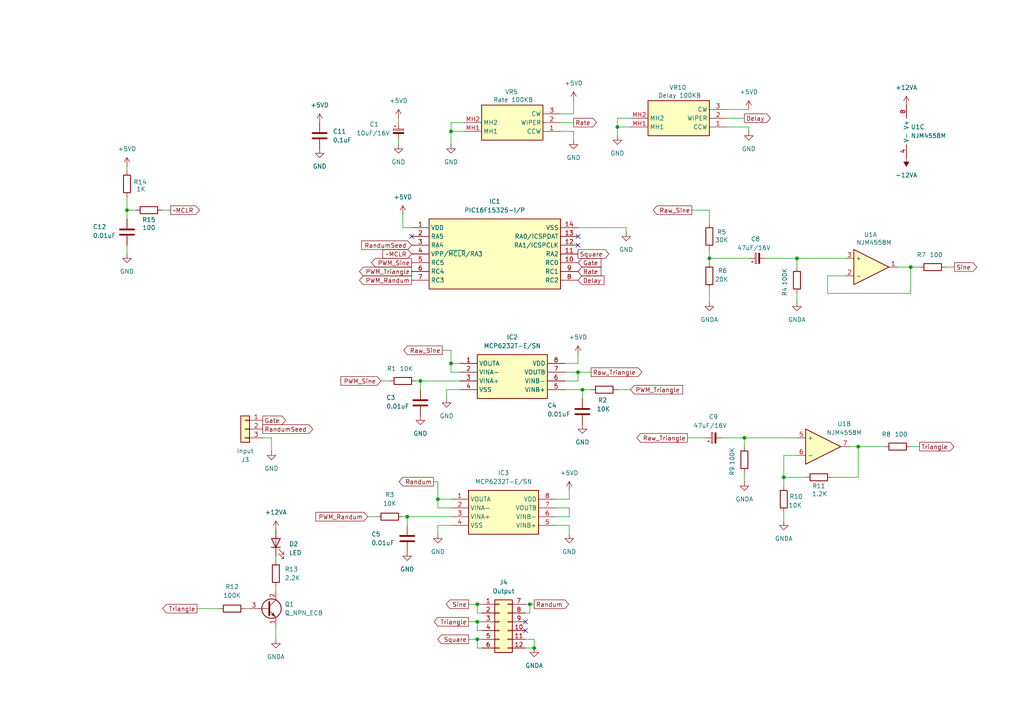
<source format=kicad_sch>
(kicad_sch (version 20250114) (generator "eeschema") (generator_version "9.0")
  (paper "A4")
  (lib_symbols
    (symbol "Connector_Generic:Conn_01x03" (pin_names (offset 1.016) (hide yes))
      (property "Reference" "J" (at 0 5.08 0))
      (property "Value" "Conn_01x03" (at 0 -5.08 0))
      (symbol "Conn_01x03_1_1"
        (rectangle (start -1.27 3.81) (end 1.27 -3.81) (stroke (width 0.254)) (fill (type background)))
        (rectangle (start -1.27 2.667) (end 0 2.413) (stroke (width 0.1524)))
        (rectangle (start -1.27 0.127) (end 0 -0.127) (stroke (width 0.1524)))
        (rectangle (start -1.27 -2.413) (end 0 -2.667) (stroke (width 0.1524)))
        (pin passive line (at -5.08 2.54 0) (length 3.81) (name "Pin_1") (number "1"))
        (pin passive line (at -5.08 0 0) (length 3.81) (name "Pin_2") (number "2"))
        (pin passive line (at -5.08 -2.54 0) (length 3.81) (name "Pin_3") (number "3"))
      )
    )
    (symbol "Connector_Generic:Conn_02x06_Top_Bottom" (pin_names (offset 1.016) (hide yes))
      (property "Reference" "J" (at 1.27 7.62 0))
      (property "Value" "Conn_02x06_Top_Bottom" (at 1.27 -10.16 0))
      (symbol "Conn_02x06_Top_Bottom_1_1"
        (rectangle (start -1.27 6.35) (end 3.81 -8.89) (stroke (width 0.254)) (fill (type background)))
        (rectangle (start -1.27 5.207) (end 0 4.953) (stroke (width 0.1524)))
        (rectangle (start -1.27 2.667) (end 0 2.413) (stroke (width 0.1524)))
        (rectangle (start -1.27 0.127) (end 0 -0.127) (stroke (width 0.1524)))
        (rectangle (start -1.27 -2.413) (end 0 -2.667) (stroke (width 0.1524)))
        (rectangle (start -1.27 -4.953) (end 0 -5.207) (stroke (width 0.1524)))
        (rectangle (start -1.27 -7.493) (end 0 -7.747) (stroke (width 0.1524)))
        (rectangle (start 3.81 5.207) (end 2.54 4.953) (stroke (width 0.1524)))
        (rectangle (start 3.81 2.667) (end 2.54 2.413) (stroke (width 0.1524)))
        (rectangle (start 3.81 0.127) (end 2.54 -0.127) (stroke (width 0.1524)))
        (rectangle (start 3.81 -2.413) (end 2.54 -2.667) (stroke (width 0.1524)))
        (rectangle (start 3.81 -4.953) (end 2.54 -5.207) (stroke (width 0.1524)))
        (rectangle (start 3.81 -7.493) (end 2.54 -7.747) (stroke (width 0.1524)))
        (pin passive line (at -5.08 5.08 0) (length 3.81) (name "Pin_1") (number "1"))
        (pin passive line (at -5.08 2.54 0) (length 3.81) (name "Pin_2") (number "2"))
        (pin passive line (at -5.08 0 0) (length 3.81) (name "Pin_3") (number "3"))
        (pin passive line (at -5.08 -2.54 0) (length 3.81) (name "Pin_4") (number "4"))
        (pin passive line (at -5.08 -5.08 0) (length 3.81) (name "Pin_5") (number "5"))
        (pin passive line (at -5.08 -7.62 0) (length 3.81) (name "Pin_6") (number "6"))
        (pin passive line (at 7.62 5.08 180) (length 3.81) (name "Pin_7") (number "7"))
        (pin passive line (at 7.62 2.54 180) (length 3.81) (name "Pin_8") (number "8"))
        (pin passive line (at 7.62 0 180) (length 3.81) (name "Pin_9") (number "9"))
        (pin passive line (at 7.62 -2.54 180) (length 3.81) (name "Pin_10") (number "10"))
        (pin passive line (at 7.62 -5.08 180) (length 3.81) (name "Pin_11") (number "11"))
        (pin passive line (at 7.62 -7.62 180) (length 3.81) (name "Pin_12") (number "12"))
      )
    )
    (symbol "Device:C" (pin_numbers (hide yes)) (pin_names (offset 0.254))
      (property "Reference" "C" (at 0.635 2.54 0))
      (property "Value" "C" (at 0.635 -2.54 0))
      (symbol "C_0_1"
        (polyline (pts (xy -2.032 0.762) (xy 2.032 0.762)) (stroke (width 0.508)))
        (polyline (pts (xy -2.032 -0.762) (xy 2.032 -0.762)) (stroke (width 0.508)))
      )
      (symbol "C_1_1"
        (pin passive line (at 0 3.81 270) (length 2.794) (name "~") (number "1"))
        (pin passive line (at 0 -3.81 90) (length 2.794) (name "~") (number "2"))
      )
    )
    (symbol "Device:C_Polarized_Small" (pin_numbers (hide yes)) (pin_names (offset 0.254) (hide yes))
      (property "Reference" "C" (at 0.254 1.778 0))
      (property "Value" "C_Polarized_Small" (at 0.254 -2.032 0))
      (symbol "C_Polarized_Small_0_1"
        (rectangle (start -1.524 0.6858) (end 1.524 0.3048))
        (rectangle (start -1.524 -0.3048) (end 1.524 -0.6858) (fill (type outline)))
        (polyline (pts (xy -1.27 1.524) (xy -0.762 1.524)))
        (polyline (pts (xy -1.016 1.27) (xy -1.016 1.778)))
      )
      (symbol "C_Polarized_Small_1_1"
        (pin passive line (at 0 2.54 270) (length 1.8542) (name "~") (number "1"))
        (pin passive line (at 0 -2.54 90) (length 1.8542) (name "~") (number "2"))
      )
    )
    (symbol "Device:LED" (pin_numbers (hide yes)) (pin_names (offset 1.016) (hide yes))
      (property "Reference" "D" (at 0 2.54 0))
      (property "Value" "LED" (at 0 -2.54 0))
      (symbol "LED_0_1"
        (polyline (pts (xy -3.048 -0.762) (xy -4.572 -2.286) (xy -3.81 -2.286) (xy -4.572 -2.286) (xy -4.572 -1.524)))
        (polyline (pts (xy -1.778 -0.762) (xy -3.302 -2.286) (xy -2.54 -2.286) (xy -3.302 -2.286) (xy -3.302 -1.524)))
        (polyline (pts (xy -1.27 0) (xy 1.27 0)))
        (polyline (pts (xy -1.27 -1.27) (xy -1.27 1.27)) (stroke (width 0.254)))
        (polyline (pts (xy 1.27 -1.27) (xy 1.27 1.27) (xy -1.27 0) (xy 1.27 -1.27)) (stroke (width 0.254)))
      )
      (symbol "LED_1_1"
        (pin passive line (at -3.81 0 0) (length 2.54) (name "K") (number "1"))
        (pin passive line (at 3.81 0 180) (length 2.54) (name "A") (number "2"))
      )
    )
    (symbol "Device:Opamp_Dual"
      (property "Reference" "U" (at 0 5.08 0))
      (property "Value" "Opamp_Dual" (at 0 -5.08 0))
      (symbol "Opamp_Dual_1_1"
        (polyline (pts (xy -5.08 5.08) (xy 5.08 0) (xy -5.08 -5.08) (xy -5.08 5.08)) (stroke (width 0.254)) (fill (type background)))
        (pin input line (at -7.62 2.54 0) (length 2.54) (name "+") (number "3"))
        (pin input line (at -7.62 -2.54 0) (length 2.54) (name "-") (number "2"))
        (pin output line (at 7.62 0 180) (length 2.54) (name "~") (number "1"))
      )
      (symbol "Opamp_Dual_2_1"
        (polyline (pts (xy -5.08 5.08) (xy 5.08 0) (xy -5.08 -5.08) (xy -5.08 5.08)) (stroke (width 0.254)) (fill (type background)))
        (pin input line (at -7.62 2.54 0) (length 2.54) (name "+") (number "5"))
        (pin input line (at -7.62 -2.54 0) (length 2.54) (name "-") (number "6"))
        (pin output line (at 7.62 0 180) (length 2.54) (name "~") (number "7"))
      )
      (symbol "Opamp_Dual_3_1"
        (pin power_in line (at -2.54 7.62 270) (length 3.81) (name "V+") (number "8"))
        (pin power_in line (at -2.54 -7.62 90) (length 3.81) (name "V-") (number "4"))
      )
    )
    (symbol "Device:R" (pin_numbers (hide yes)) (pin_names (offset 0))
      (property "Reference" "R" (at 2.032 0 90))
      (property "Value" "R" (at 0 0 90))
      (symbol "R_0_1"
        (rectangle (start -1.016 -2.54) (end 1.016 2.54) (stroke (width 0.254)))
      )
      (symbol "R_1_1"
        (pin passive line (at 0 3.81 270) (length 1.27) (name "~") (number "1"))
        (pin passive line (at 0 -3.81 90) (length 1.27) (name "~") (number "2"))
      )
    )
    (symbol "Opamp_Dual_1"
      (property "Reference" "U" (at 0 5.08 0))
      (property "Value" "Opamp_Dual" (at 0 -5.08 0))
      (symbol "Opamp_Dual_1_1_1"
        (polyline (pts (xy -5.08 5.08) (xy 5.08 0) (xy -5.08 -5.08) (xy -5.08 5.08)) (stroke (width 0.254)) (fill (type background)))
        (pin input line (at -7.62 2.54 0) (length 2.54) (name "+") (number "3"))
        (pin input line (at -7.62 -2.54 0) (length 2.54) (name "-") (number "2"))
        (pin output line (at 7.62 0 180) (length 2.54) (name "~") (number "1"))
      )
      (symbol "Opamp_Dual_1_2_1"
        (polyline (pts (xy -5.08 5.08) (xy 5.08 0) (xy -5.08 -5.08) (xy -5.08 5.08)) (stroke (width 0.254)) (fill (type background)))
        (pin input line (at -7.62 2.54 0) (length 2.54) (name "+") (number "5"))
        (pin input line (at -7.62 -2.54 0) (length 2.54) (name "-") (number "6"))
        (pin output line (at 7.62 0 180) (length 2.54) (name "~") (number "7"))
      )
      (symbol "Opamp_Dual_1_3_1"
        (pin power_in line (at -2.54 7.62 270) (length 3.81) (name "V+") (number "8"))
        (pin power_in line (at -2.54 -7.62 90) (length 3.81) (name "V-") (number "4"))
      )
    )
    (symbol "Opamp_Dual_2"
      (property "Reference" "U" (at 0 5.08 0))
      (property "Value" "Opamp_Dual" (at 0 -5.08 0))
      (symbol "Opamp_Dual_2_1_1"
        (polyline (pts (xy -5.08 5.08) (xy 5.08 0) (xy -5.08 -5.08) (xy -5.08 5.08)) (stroke (width 0.254)) (fill (type background)))
        (pin input line (at -7.62 2.54 0) (length 2.54) (name "+") (number "3"))
        (pin input line (at -7.62 -2.54 0) (length 2.54) (name "-") (number "2"))
        (pin output line (at 7.62 0 180) (length 2.54) (name "~") (number "1"))
      )
      (symbol "Opamp_Dual_2_2_1"
        (polyline (pts (xy -5.08 5.08) (xy 5.08 0) (xy -5.08 -5.08) (xy -5.08 5.08)) (stroke (width 0.254)) (fill (type background)))
        (pin input line (at -7.62 2.54 0) (length 2.54) (name "+") (number "5"))
        (pin input line (at -7.62 -2.54 0) (length 2.54) (name "-") (number "6"))
        (pin output line (at 7.62 0 180) (length 2.54) (name "~") (number "7"))
      )
      (symbol "Opamp_Dual_2_3_1"
        (pin power_in line (at -2.54 7.62 270) (length 3.81) (name "V+") (number "8"))
        (pin power_in line (at -2.54 -7.62 90) (length 3.81) (name "V-") (number "4"))
      )
    )
    (symbol "SamacSys_Parts:MCP6232-E_P"
      (property "Reference" "IC" (at 26.67 7.62 0))
      (property "Value" "MCP6232-E_P" (at 26.67 5.08 0))
      (symbol "MCP6232-E_P_1_1"
        (rectangle (start 5.08 2.54) (end 25.4 -10.16) (stroke (width 0.254)) (fill (type background)))
        (pin passive line (at 0 0 0) (length 5.08) (name "VOUTA") (number "1"))
        (pin passive line (at 0 -2.54 0) (length 5.08) (name "VINA-") (number "2"))
        (pin passive line (at 0 -5.08 0) (length 5.08) (name "VINA+") (number "3"))
        (pin passive line (at 0 -7.62 0) (length 5.08) (name "VSS") (number "4"))
        (pin passive line (at 30.48 0 180) (length 5.08) (name "VDD") (number "8"))
        (pin passive line (at 30.48 -2.54 180) (length 5.08) (name "VOUTB") (number "7"))
        (pin passive line (at 30.48 -5.08 180) (length 5.08) (name "VINB-") (number "6"))
        (pin passive line (at 30.48 -7.62 180) (length 5.08) (name "VINB+") (number "5"))
      )
    )
    (symbol "SamacSys_Parts:PIC16F15325-I_P"
      (property "Reference" "IC" (at 44.45 7.62 0))
      (property "Value" "PIC16F15325-I_P" (at 44.45 5.08 0))
      (symbol "PIC16F15325-I_P_1_1"
        (rectangle (start 5.08 2.54) (end 43.18 -17.78) (stroke (width 0.254)) (fill (type background)))
        (pin passive line (at 0 0 0) (length 5.08) (name "VDD") (number "1"))
        (pin passive line (at 0 -2.54 0) (length 5.08) (name "RA5") (number "2"))
        (pin passive line (at 0 -5.08 0) (length 5.08) (name "RA4") (number "3"))
        (pin passive line (at 0 -7.62 0) (length 5.08) (name "VPP/~{MCLR}/RA3") (number "4"))
        (pin passive line (at 0 -10.16 0) (length 5.08) (name "RC5") (number "5"))
        (pin passive line (at 0 -12.7 0) (length 5.08) (name "RC4") (number "6"))
        (pin passive line (at 0 -15.24 0) (length 5.08) (name "RC3") (number "7"))
        (pin passive line (at 48.26 0 180) (length 5.08) (name "VSS") (number "14"))
        (pin passive line (at 48.26 -2.54 180) (length 5.08) (name "RA0/ICSPDAT") (number "13"))
        (pin passive line (at 48.26 -5.08 180) (length 5.08) (name "RA1/ICSPCLK") (number "12"))
        (pin passive line (at 48.26 -7.62 180) (length 5.08) (name "RA2") (number "11"))
        (pin passive line (at 48.26 -10.16 180) (length 5.08) (name "RC0") (number "10"))
        (pin passive line (at 48.26 -12.7 180) (length 5.08) (name "RC1") (number "9"))
        (pin passive line (at 48.26 -15.24 180) (length 5.08) (name "RC2") (number "8"))
      )
    )
    (symbol "SamacSys_Parts:RK09D117000B"
      (property "Reference" "VR" (at 24.13 7.62 0))
      (property "Value" "RK09D117000B" (at 24.13 5.08 0))
      (symbol "RK09D117000B_1_1"
        (rectangle (start 5.08 2.54) (end 22.86 -7.62) (stroke (width 0.254)) (fill (type background)))
        (pin passive line (at 0 0 0) (length 5.08) (name "CCW") (number "1"))
        (pin passive line (at 0 -2.54 0) (length 5.08) (name "WIPER") (number "2"))
        (pin passive line (at 0 -5.08 0) (length 5.08) (name "CW") (number "3"))
        (pin passive line (at 27.94 0 180) (length 5.08) (name "MH1") (number "MH1"))
        (pin passive line (at 27.94 -2.54 180) (length 5.08) (name "MH2") (number "MH2"))
      )
    )
    (symbol "Transistor_BJT:Q_NPN_ECB" (pin_names (offset 0) (hide yes))
      (property "Reference" "Q" (at 5.08 1.27 0))
      (property "Value" "Q_NPN_ECB" (at 5.08 -1.27 0))
      (symbol "Q_NPN_ECB_0_1"
        (polyline (pts (xy -2.54 0) (xy 0.635 0)))
        (polyline (pts (xy 0.635 1.905) (xy 0.635 -1.905)) (stroke (width 0.508)))
        (circle (center 1.27 0) (radius 2.8194) (stroke (width 0.254)))
      )
      (symbol "Q_NPN_ECB_1_1"
        (polyline (pts (xy 0.635 0.635) (xy 2.54 2.54)))
        (polyline (pts (xy 0.635 -0.635) (xy 2.54 -2.54)))
        (polyline (pts (xy 1.27 -1.778) (xy 1.778 -1.27) (xy 2.286 -2.286) (xy 1.27 -1.778)) (fill (type outline)))
        (pin input line (at -5.08 0 0) (length 2.54) (name "B") (number "3"))
        (pin passive line (at 2.54 5.08 270) (length 2.54) (name "C") (number "2"))
        (pin passive line (at 2.54 -5.08 90) (length 2.54) (name "E") (number "1"))
      )
    )
    (symbol "power:+12VA" (power) (pin_numbers (hide yes)) (pin_names (offset 0) (hide yes))
      (property "Value" "+12VA" (at 0 3.556 0))
      (symbol "+12VA_0_1"
        (polyline (pts (xy -0.762 1.27) (xy 0 2.54)))
        (polyline (pts (xy 0 2.54) (xy 0.762 1.27)))
        (polyline (pts (xy 0 0) (xy 0 2.54)))
      )
      (symbol "+12VA_1_1"
        (pin power_in line (at 0 0 90) (length 0) (name "~") (number "1"))
      )
    )
    (symbol "power:+5VD" (power) (pin_numbers (hide yes)) (pin_names (offset 0) (hide yes))
      (property "Value" "+5VD" (at 0 3.556 0))
      (symbol "+5VD_0_1"
        (polyline (pts (xy -0.762 1.27) (xy 0 2.54)))
        (polyline (pts (xy 0 2.54) (xy 0.762 1.27)))
        (polyline (pts (xy 0 0) (xy 0 2.54)))
      )
      (symbol "+5VD_1_1"
        (pin power_in line (at 0 0 90) (length 0) (name "~") (number "1"))
      )
    )
    (symbol "power:-12VA" (power) (pin_numbers (hide yes)) (pin_names (offset 0) (hide yes))
      (property "Value" "-12VA" (at 0 3.556 0))
      (symbol "-12VA_0_0"
        (pin power_in line (at 0 0 90) (length 0) (name "~") (number "1"))
      )
      (symbol "-12VA_0_1"
        (polyline (pts (xy 0 0) (xy 0 1.27) (xy 0.762 1.27) (xy 0 2.54) (xy -0.762 1.27) (xy 0 1.27)) (fill (type outline)))
      )
    )
    (symbol "power:GND" (power) (pin_numbers (hide yes)) (pin_names (offset 0) (hide yes))
      (property "Value" "GND" (at 0 -3.81 0))
      (symbol "GND_0_1"
        (polyline (pts (xy 0 0) (xy 0 -1.27) (xy 1.27 -1.27) (xy 0 -2.54) (xy -1.27 -1.27) (xy 0 -1.27)))
      )
      (symbol "GND_1_1"
        (pin power_in line (at 0 0 270) (length 0) (name "~") (number "1"))
      )
    )
    (symbol "power:GNDA" (power) (pin_numbers (hide yes)) (pin_names (offset 0) (hide yes))
      (property "Value" "GNDA" (at 0 -3.81 0))
      (symbol "GNDA_0_1"
        (polyline (pts (xy 0 0) (xy 0 -1.27) (xy 1.27 -1.27) (xy 0 -2.54) (xy -1.27 -1.27) (xy 0 -1.27)))
      )
      (symbol "GNDA_1_1"
        (pin power_in line (at 0 0 270) (length 0) (name "~") (number "1"))
      )
    )
  )
  (junction (at 167.64 107.95))
  (junction (at 153.67 175.26))
  (junction (at 130.81 38.1))
  (junction (at 130.81 105.41))
  (junction (at 36.83 60.96))
  (junction (at 127 144.78))
  (junction (at 215.9 127))
  (junction (at 118.11 149.86))
  (junction (at 168.91 113.03))
  (junction (at 154.94 187.96))
  (junction (at 138.43 185.42))
  (junction (at 138.43 180.34))
  (junction (at 205.74 74.93))
  (junction (at 138.43 175.26))
  (junction (at 248.92 129.54))
  (junction (at 179.07 36.83))
  (junction (at 264.16 77.47))
  (junction (at 227.33 138.43))
  (junction (at 121.92 110.49))
  (junction (at 231.14 74.93))
  (no_connect (at 152.4 180.34))
  (no_connect (at 119.38 68.58))
  (no_connect (at 152.4 182.88))
  (no_connect (at 167.64 68.58))
  (no_connect (at 167.64 71.12))
  (wire (pts (xy 121.92 110.49) (xy 133.35 110.49)))
  (wire (pts (xy 118.11 149.86) (xy 130.81 149.86)))
  (wire (pts (xy 161.29 147.32) (xy 165.1 147.32)))
  (wire (pts (xy 227.33 138.43) (xy 227.33 140.97)))
  (wire (pts (xy 205.74 72.39) (xy 205.74 74.93)))
  (wire (pts (xy 165.1 144.78) (xy 165.1 142.24)))
  (wire (pts (xy 165.1 149.86) (xy 161.29 149.86)))
  (wire (pts (xy 36.83 48.26) (xy 36.83 49.53)))
  (wire (pts (xy 152.4 185.42) (xy 154.94 185.42)))
  (wire (pts (xy 240.03 85.09) (xy 264.16 85.09)))
  (wire (pts (xy 115.57 41.91) (xy 115.57 40.64)))
  (wire (pts (xy 217.17 38.1) (xy 217.17 36.83)))
  (wire (pts (xy 162.56 38.1) (xy 166.37 38.1)))
  (wire (pts (xy 167.64 107.95) (xy 167.64 110.49)))
  (wire (pts (xy 179.07 36.83) (xy 179.07 39.37)))
  (wire (pts (xy 215.9 127) (xy 231.14 127)))
  (wire (pts (xy 181.61 66.04) (xy 181.61 67.31)))
  (wire (pts (xy 260.35 77.47) (xy 264.16 77.47)))
  (wire (pts (xy 133.35 107.95) (xy 130.81 107.95)))
  (wire (pts (xy 165.1 147.32) (xy 165.1 149.86)))
  (wire (pts (xy 127 139.7) (xy 125.73 139.7)))
  (wire (pts (xy 36.83 60.96) (xy 39.37 60.96)))
  (wire (pts (xy 205.74 74.93) (xy 205.74 76.2)))
  (wire (pts (xy 167.64 110.49) (xy 163.83 110.49)))
  (wire (pts (xy 227.33 148.59) (xy 227.33 151.13)))
  (wire (pts (xy 205.74 60.96) (xy 205.74 64.77)))
  (wire (pts (xy 161.29 144.78) (xy 165.1 144.78)))
  (wire (pts (xy 134.62 38.1) (xy 130.81 38.1)))
  (wire (pts (xy 78.74 127) (xy 78.74 130.81)))
  (wire (pts (xy 227.33 132.08) (xy 227.33 138.43)))
  (wire (pts (xy 152.4 177.8) (xy 153.67 177.8)))
  (wire (pts (xy 121.92 110.49) (xy 121.92 113.03)))
  (wire (pts (xy 139.7 182.88) (xy 138.43 182.88)))
  (wire (pts (xy 118.11 149.86) (xy 118.11 152.4)))
  (wire (pts (xy 36.83 57.15) (xy 36.83 60.96)))
  (wire (pts (xy 135.89 180.34) (xy 138.43 180.34)))
  (wire (pts (xy 130.81 38.1) (xy 130.81 41.91)))
  (wire (pts (xy 215.9 137.16) (xy 215.9 139.7)))
  (wire (pts (xy 222.25 74.93) (xy 231.14 74.93)))
  (wire (pts (xy 120.65 110.49) (xy 121.92 110.49)))
  (wire (pts (xy 231.14 74.93) (xy 231.14 77.47)))
  (wire (pts (xy 179.07 113.03) (xy 182.88 113.03)))
  (wire (pts (xy 241.3 138.43) (xy 248.92 138.43)))
  (wire (pts (xy 215.9 127) (xy 215.9 129.54)))
  (wire (pts (xy 154.94 185.42) (xy 154.94 187.96)))
  (wire (pts (xy 233.68 138.43) (xy 227.33 138.43)))
  (wire (pts (xy 154.94 187.96) (xy 152.4 187.96)))
  (wire (pts (xy 166.37 38.1) (xy 166.37 40.64)))
  (wire (pts (xy 248.92 138.43) (xy 248.92 129.54)))
  (wire (pts (xy 231.14 132.08) (xy 227.33 132.08)))
  (wire (pts (xy 138.43 187.96) (xy 138.43 185.42)))
  (wire (pts (xy 138.43 175.26) (xy 139.7 175.26)))
  (wire (pts (xy 129.54 113.03) (xy 129.54 115.57)))
  (wire (pts (xy 168.91 113.03) (xy 171.45 113.03)))
  (wire (pts (xy 135.89 185.42) (xy 138.43 185.42)))
  (wire (pts (xy 205.74 83.82) (xy 205.74 87.63)))
  (wire (pts (xy 163.83 105.41) (xy 167.64 105.41)))
  (wire (pts (xy 264.16 129.54) (xy 266.7 129.54)))
  (wire (pts (xy 127 144.78) (xy 130.81 144.78)))
  (wire (pts (xy 182.88 34.29) (xy 179.07 34.29)))
  (wire (pts (xy 127 144.78) (xy 127 139.7)))
  (wire (pts (xy 115.57 34.29) (xy 115.57 35.56)))
  (wire (pts (xy 130.81 105.41) (xy 130.81 101.6)))
  (wire (pts (xy 167.64 66.04) (xy 181.61 66.04)))
  (wire (pts (xy 134.62 35.56) (xy 130.81 35.56)))
  (wire (pts (xy 57.15 176.53) (xy 63.5 176.53)))
  (wire (pts (xy 46.99 60.96) (xy 49.53 60.96)))
  (wire (pts (xy 264.16 85.09) (xy 264.16 77.47)))
  (wire (pts (xy 139.7 187.96) (xy 138.43 187.96)))
  (wire (pts (xy 167.64 105.41) (xy 167.64 102.87)))
  (wire (pts (xy 76.2 127) (xy 78.74 127)))
  (wire (pts (xy 130.81 35.56) (xy 130.81 38.1)))
  (wire (pts (xy 165.1 154.94) (xy 165.1 152.4)))
  (wire (pts (xy 165.1 152.4) (xy 161.29 152.4)))
  (wire (pts (xy 179.07 34.29) (xy 179.07 36.83)))
  (wire (pts (xy 209.55 127) (xy 215.9 127)))
  (wire (pts (xy 138.43 177.8) (xy 138.43 175.26)))
  (wire (pts (xy 245.11 80.01) (xy 240.03 80.01)))
  (wire (pts (xy 138.43 182.88) (xy 138.43 180.34)))
  (wire (pts (xy 80.01 185.42) (xy 80.01 181.61)))
  (wire (pts (xy 264.16 77.47) (xy 266.7 77.47)))
  (wire (pts (xy 130.81 101.6) (xy 128.27 101.6)))
  (wire (pts (xy 153.67 175.26) (xy 154.94 175.26)))
  (wire (pts (xy 246.38 129.54) (xy 248.92 129.54)))
  (wire (pts (xy 130.81 105.41) (xy 133.35 105.41)))
  (wire (pts (xy 110.49 110.49) (xy 113.03 110.49)))
  (wire (pts (xy 36.83 60.96) (xy 36.83 63.5)))
  (wire (pts (xy 168.91 113.03) (xy 168.91 115.57)))
  (wire (pts (xy 36.83 71.12) (xy 36.83 73.66)))
  (wire (pts (xy 139.7 177.8) (xy 138.43 177.8)))
  (wire (pts (xy 135.89 175.26) (xy 138.43 175.26)))
  (wire (pts (xy 248.92 129.54) (xy 256.54 129.54)))
  (wire (pts (xy 133.35 113.03) (xy 129.54 113.03)))
  (wire (pts (xy 80.01 161.29) (xy 80.01 162.56)))
  (wire (pts (xy 210.82 36.83) (xy 217.17 36.83)))
  (wire (pts (xy 205.74 74.93) (xy 217.17 74.93)))
  (wire (pts (xy 167.64 107.95) (xy 171.45 107.95)))
  (wire (pts (xy 231.14 85.09) (xy 231.14 87.63)))
  (wire (pts (xy 162.56 35.56) (xy 166.37 35.56)))
  (wire (pts (xy 199.39 127) (xy 204.47 127)))
  (wire (pts (xy 80.01 170.18) (xy 80.01 171.45)))
  (wire (pts (xy 200.66 60.96) (xy 205.74 60.96)))
  (wire (pts (xy 130.81 107.95) (xy 130.81 105.41)))
  (wire (pts (xy 152.4 175.26) (xy 153.67 175.26)))
  (wire (pts (xy 71.12 176.53) (xy 72.39 176.53)))
  (wire (pts (xy 119.38 66.04) (xy 116.84 66.04)))
  (wire (pts (xy 116.84 66.04) (xy 116.84 62.23)))
  (wire (pts (xy 127 147.32) (xy 127 144.78)))
  (wire (pts (xy 274.32 77.47) (xy 276.86 77.47)))
  (wire (pts (xy 231.14 74.93) (xy 245.11 74.93)))
  (wire (pts (xy 130.81 152.4) (xy 127 152.4)))
  (wire (pts (xy 182.88 36.83) (xy 179.07 36.83)))
  (wire (pts (xy 210.82 34.29) (xy 215.9 34.29)))
  (wire (pts (xy 138.43 185.42) (xy 139.7 185.42)))
  (wire (pts (xy 127 152.4) (xy 127 154.94)))
  (wire (pts (xy 130.81 147.32) (xy 127 147.32)))
  (wire (pts (xy 163.83 107.95) (xy 167.64 107.95)))
  (wire (pts (xy 138.43 180.34) (xy 139.7 180.34)))
  (wire (pts (xy 163.83 113.03) (xy 168.91 113.03)))
  (wire (pts (xy 210.82 31.75) (xy 217.17 31.75)))
  (wire (pts (xy 116.84 149.86) (xy 118.11 149.86)))
  (wire (pts (xy 153.67 177.8) (xy 153.67 175.26)))
  (wire (pts (xy 240.03 80.01) (xy 240.03 85.09)))
  (wire (pts (xy 166.37 33.02) (xy 162.56 33.02)))
  (wire (pts (xy 106.68 149.86) (xy 109.22 149.86)))
  (wire (pts (xy 166.37 29.21) (xy 166.37 33.02)))
  (global_label "RandumSeed" (shape input) (at 119.38 71.12 180) (property "Intersheetrefs" "${INTERSHEET_REFS}" (effects (hide yes))))
  (global_label "Raw_Triangle" (shape output) (at 171.45 107.95 0) (property "Intersheetrefs" "${INTERSHEET_REFS}" (effects (hide yes))))
  (global_label "Triangle" (shape output) (at 135.89 180.34 180) (property "Intersheetrefs" "${INTERSHEET_REFS}" (effects (hide yes))))
  (global_label "Randum" (shape output) (at 154.94 175.26 0) (property "Intersheetrefs" "${INTERSHEET_REFS}" (effects (hide yes))))
  (global_label "Delay" (shape input) (at 167.64 81.28 0) (property "Intersheetrefs" "${INTERSHEET_REFS}" (effects (hide yes))))
  (global_label "Square" (shape output) (at 167.64 73.66 0) (property "Intersheetrefs" "${INTERSHEET_REFS}" (effects (hide yes))))
  (global_label "Sine" (shape output) (at 135.89 175.26 180) (property "Intersheetrefs" "${INTERSHEET_REFS}" (effects (hide yes))))
  (global_label "~MCLR" (shape input) (at 119.38 73.66 180) (property "Intersheetrefs" "${INTERSHEET_REFS}" (effects (hide yes))))
  (global_label "Triangle" (shape output) (at 57.15 176.53 180) (property "Intersheetrefs" "${INTERSHEET_REFS}" (effects (hide yes))))
  (global_label "PWM_Randum" (shape output) (at 119.38 81.28 180) (property "Intersheetrefs" "${INTERSHEET_REFS}" (effects (hide yes))))
  (global_label "Triangle" (shape output) (at 266.7 129.54 0) (property "Intersheetrefs" "${INTERSHEET_REFS}" (effects (hide yes))))
  (global_label "Delay" (shape output) (at 215.9 34.29 0) (property "Intersheetrefs" "${INTERSHEET_REFS}" (effects (hide yes))))
  (global_label "PWM_Triangle" (shape output) (at 119.38 78.74 180) (property "Intersheetrefs" "${INTERSHEET_REFS}" (effects (hide yes))))
  (global_label "RandumSeed" (shape output) (at 76.2 124.46 0) (property "Intersheetrefs" "${INTERSHEET_REFS}" (effects (hide yes))))
  (global_label "Rate" (shape input) (at 167.64 78.74 0) (property "Intersheetrefs" "${INTERSHEET_REFS}" (effects (hide yes))))
  (global_label "PWM_Sine" (shape input) (at 110.49 110.49 180) (property "Intersheetrefs" "${INTERSHEET_REFS}" (effects (hide yes))))
  (global_label "~MCLR" (shape output) (at 49.53 60.96 0) (property "Intersheetrefs" "${INTERSHEET_REFS}" (effects (hide yes))))
  (global_label "Gate" (shape output) (at 76.2 121.92 0) (property "Intersheetrefs" "${INTERSHEET_REFS}" (effects (hide yes))))
  (global_label "PWM_Randum" (shape input) (at 106.68 149.86 180) (property "Intersheetrefs" "${INTERSHEET_REFS}" (effects (hide yes))))
  (global_label "Gate" (shape input) (at 167.64 76.2 0) (property "Intersheetrefs" "${INTERSHEET_REFS}" (effects (hide yes))))
  (global_label "Rate" (shape output) (at 166.37 35.56 0) (property "Intersheetrefs" "${INTERSHEET_REFS}" (effects (hide yes))))
  (global_label "PWM_Triangle" (shape input) (at 182.88 113.03 0) (property "Intersheetrefs" "${INTERSHEET_REFS}" (effects (hide yes))))
  (global_label "Raw_Triangle" (shape output) (at 199.39 127 180) (property "Intersheetrefs" "${INTERSHEET_REFS}" (effects (hide yes))))
  (global_label "Raw_Sine" (shape output) (at 200.66 60.96 180) (property "Intersheetrefs" "${INTERSHEET_REFS}" (effects (hide yes))))
  (global_label "PWM_Sine" (shape output) (at 119.38 76.2 180) (property "Intersheetrefs" "${INTERSHEET_REFS}" (effects (hide yes))))
  (global_label "Square" (shape output) (at 135.89 185.42 180) (property "Intersheetrefs" "${INTERSHEET_REFS}" (effects (hide yes))))
  (global_label "Randum" (shape output) (at 125.73 139.7 180) (property "Intersheetrefs" "${INTERSHEET_REFS}" (effects (hide yes))))
  (global_label "Sine" (shape output) (at 276.86 77.47 0) (property "Intersheetrefs" "${INTERSHEET_REFS}" (effects (hide yes))))
  (global_label "Raw_Sine" (shape output) (at 128.27 101.6 180) (property "Intersheetrefs" "${INTERSHEET_REFS}" (effects (hide yes))))
  (symbol (lib_id "Device:C") (at 36.83 67.31 0) (unit 1)
    (property "Reference" "C12" (at 26.924 65.786 0) (effects (justify left)))
    (property "Value" "0.01uF" (at 26.924 68.326 0) (effects (justify left)))
    (property "Footprint" "Capacitor_THT:C_Disc_D7.5mm_W2.5mm_P5.00mm" (effects (hide yes)))
    (property "Description" "Unpolarized capacitor" (effects (hide yes)))
  )
  (symbol (lib_id "power:GND") (at 130.81 41.91 0) (mirror y) (unit 1)
    (property "Reference" "#PWR032" (effects (hide yes)))
    (property "Value" "GND" (at 130.81 46.99 0))
    (property "Description" "Power symbol creates a global label with name \"GND\" , ground" (effects (hide yes)))
  )
  (symbol (lib_id "power:GND") (at 115.57 41.91 0) (unit 1)
    (property "Reference" "#PWR03" (effects (hide yes)))
    (property "Value" "GND" (at 115.57 46.99 0))
    (property "Description" "Power symbol creates a global label with name \"GND\" , ground" (effects (hide yes)))
  )
  (symbol (lib_id "power:GND") (at 168.91 123.19 0) (unit 1)
    (property "Reference" "#PWR023" (effects (hide yes)))
    (property "Value" "GND" (at 168.91 128.27 0))
    (property "Description" "Power symbol creates a global label with name \"GND\" , ground" (effects (hide yes)))
  )
  (symbol (lib_id "Device:R") (at 270.51 77.47 90) (unit 1)
    (property "Reference" "R7" (at 267.208 73.914 90))
    (property "Value" "100" (at 271.526 73.914 90))
    (property "Footprint" "Resistor_THT:R_Axial_DIN0204_L3.6mm_D1.6mm_P2.54mm_Vertical" (effects (hide yes)))
    (property "Description" "Resistor" (effects (hide yes)))
  )
  (symbol (lib_id "Device:R") (at 175.26 113.03 90) (unit 1)
    (property "Reference" "R2" (at 174.752 116.078 90))
    (property "Value" "10K" (at 175.006 118.618 90))
    (property "Footprint" "Resistor_THT:R_Axial_DIN0204_L3.6mm_D1.6mm_P2.54mm_Vertical" (effects (hide yes)))
    (property "Description" "Resistor" (effects (hide yes)))
  )
  (symbol (lib_id "Device:R") (at 260.35 129.54 90) (unit 1)
    (property "Reference" "R8" (at 257.048 125.984 90))
    (property "Value" "100" (at 261.366 125.984 90))
    (property "Footprint" "Resistor_THT:R_Axial_DIN0204_L3.6mm_D1.6mm_P2.54mm_Vertical" (effects (hide yes)))
    (property "Description" "Resistor" (effects (hide yes)))
  )
  (symbol (lib_id "power:GND") (at 121.92 120.65 0) (unit 1)
    (property "Reference" "#PWR022" (effects (hide yes)))
    (property "Value" "GND" (at 121.92 125.73 0))
    (property "Description" "Power symbol creates a global label with name \"GND\" , ground" (effects (hide yes)))
  )
  (symbol (lib_id "power:+5VD") (at 165.1 142.24 0) (unit 1)
    (property "Reference" "#PWR014" (effects (hide yes)))
    (property "Value" "+5VD" (at 165.1 137.16 0))
    (property "Description" "Power symbol creates a global label with name \"+5VD\"" (effects (hide yes)))
  )
  (symbol (lib_id "power:GNDA") (at 205.74 87.63 0) (unit 1)
    (property "Reference" "#PWR048" (effects (hide yes)))
    (property "Value" "GNDA" (at 205.74 92.71 0))
    (property "Description" "Power symbol creates a global label with name \"GNDA\" , analog ground" (effects (hide yes)))
  )
  (symbol (lib_id "Device:C") (at 92.71 39.37 0) (unit 1)
    (property "Reference" "C11" (at 96.52 38.0999 0) (effects (justify left)))
    (property "Value" "0.1uF" (at 96.52 40.6399 0) (effects (justify left)))
    (property "Footprint" "Capacitor_SMD:C_0805_2012Metric_Pad1.18x1.45mm_HandSolder" (effects (hide yes)))
    (property "Description" "Unpolarized capacitor" (effects (hide yes)))
  )
  (symbol (lib_id "SamacSys_Parts:MCP6232-E_P") (at 130.81 144.78 0) (unit 1)
    (property "Reference" "IC3" (at 146.05 137.16 0))
    (property "Value" "MCP6232T-E/SN" (at 146.05 139.7 0))
    (property "Footprint" "Package_SO:SOIC-8_3.9x4.9mm_P1.27mm" (effects (hide yes)))
    (property "Datasheet" "https://datasheet.datasheetarchive.com/originals/dk/DKDS41/DSANUWW0026474.pdf" (effects (hide yes)))
    (property "Description" "Microchip MCP6232-E/P, Dual Op Amp, 0.3MHz CMOS, Rail to Rail, 3 V, 5 V, 8-Pin PDIP" (effects (hide yes)))
    (property "Height" "5.334" (effects (hide yes)))
    (property "Manufacturer_Name" "Microchip" (effects (hide yes)))
    (property "Manufacturer_Part_Number" "MCP6232-E/P" (effects (hide yes)))
    (property "Mouser Part Number" "579-MCP6232-E/P" (effects (hide yes)))
    (property "Mouser Price/Stock" "https://www.mouser.co.uk/ProductDetail/Microchip-Technology-Atmel/MCP6232-E-P?qs=YUl711QUJY1BDhCAUqTrLQ%3D%3D" (effects (hide yes)))
    (property "Arrow Part Number" "MCP6232-E/P" (effects (hide yes)))
    (property "Arrow Price/Stock" "https://www.arrow.com/en/products/mcp6232-ep/microchip-technology?region=nac" (effects (hide yes)))
  )
  (symbol (lib_id "power:GNDA") (at 80.01 185.42 0) (unit 1)
    (property "Reference" "#PWR047" (effects (hide yes)))
    (property "Value" "GNDA" (at 80.01 190.5 0))
    (property "Description" "Power symbol creates a global label with name \"GNDA\" , analog ground" (effects (hide yes)))
  )
  (symbol (lib_id "power:GND") (at 36.83 73.66 0) (unit 1)
    (property "Reference" "#PWR049" (effects (hide yes)))
    (property "Value" "GND" (at 36.83 78.74 0))
    (property "Description" "Power symbol creates a global label with name \"GND\" , ground" (effects (hide yes)))
  )
  (symbol (lib_id "Device:R") (at 205.74 68.58 0) (unit 1)
    (property "Reference" "R5" (at 209.296 67.31 0))
    (property "Value" "30K" (at 209.296 69.596 0))
    (property "Footprint" "Resistor_THT:R_Axial_DIN0204_L3.6mm_D1.6mm_P2.54mm_Vertical" (effects (hide yes)))
    (property "Description" "Resistor" (effects (hide yes)))
  )
  (symbol (lib_id "power:GNDA") (at 231.14 87.63 0) (unit 1)
    (property "Reference" "#PWR036" (effects (hide yes)))
    (property "Value" "GNDA" (at 231.14 92.71 0))
    (property "Description" "Power symbol creates a global label with name \"GNDA\" , analog ground" (effects (hide yes)))
  )
  (symbol (lib_id "Device:R") (at 113.03 149.86 90) (unit 1)
    (property "Reference" "R3" (at 113.03 143.51 90))
    (property "Value" "10K" (at 113.03 146.05 90))
    (property "Footprint" "Resistor_THT:R_Axial_DIN0204_L3.6mm_D1.6mm_P2.54mm_Vertical" (effects (hide yes)))
    (property "Description" "Resistor" (effects (hide yes)))
  )
  (symbol (lib_id "power:+5VD") (at 217.17 31.75 0) (mirror y) (unit 1)
    (property "Reference" "#PWR033" (effects (hide yes)))
    (property "Value" "+5VD" (at 217.17 26.67 0))
    (property "Description" "Power symbol creates a global label with name \"+5VD\"" (effects (hide yes)))
  )
  (symbol (lib_id "power:GND") (at 217.17 38.1 0) (mirror y) (unit 1)
    (property "Reference" "#PWR034" (effects (hide yes)))
    (property "Value" "GND" (at 217.17 43.18 0))
    (property "Description" "Power symbol creates a global label with name \"GND\" , ground" (effects (hide yes)))
  )
  (symbol (lib_name "Opamp_Dual_2") (lib_id "Device:Opamp_Dual") (at 252.73 77.47 0) (unit 1)
    (property "Reference" "U1" (at 252.476 68.072 0))
    (property "Value" "NJM4558M" (at 253.492 70.358 0))
    (property "Footprint" "Package_SO:SOIC-8_3.9x4.9mm_P1.27mm" (effects (hide yes)))
    (property "Description" "Dual operational amplifier" (effects (hide yes)))
    (property "Sim.Library" "${KICAD7_SYMBOL_DIR}/Simulation_SPICE.sp" (effects (hide yes)))
    (property "Sim.Name" "kicad_builtin_opamp_dual" (effects (hide yes)))
    (property "Sim.Device" "SUBCKT" (effects (hide yes)))
    (property "Sim.Pins" "1=out1 2=in1- 3=in1+ 4=vee 5=in2+ 6=in2- 7=out2 8=vcc" (effects (hide yes)))
  )
  (symbol (lib_id "SamacSys_Parts:PIC16F15325-I_P") (at 119.38 66.04 0) (unit 1)
    (property "Reference" "IC1" (at 143.51 58.42 0))
    (property "Value" "PIC16F15325-I/P" (at 143.51 60.96 0))
    (property "Footprint" "Package_DIP:DIP-14_W7.62mm_LongPads" (effects (hide yes)))
    (property "Datasheet" "http://ww1.microchip.com/downloads/en/DeviceDoc/PIC16-L-F15325-45-Data-Sheet-40001865D.pdf" (effects (hide yes)))
    (property "Description" "Microchip Technology PIC16F15325-I/P, 8bit 8 bit CPU Microcontroller, 32MHz, 14 kB Flash, 20-Pin PDIP" (effects (hide yes)))
    (property "Height" "5.334" (effects (hide yes)))
    (property "Manufacturer_Name" "Microchip" (effects (hide yes)))
    (property "Manufacturer_Part_Number" "PIC16F15325-I/P" (effects (hide yes)))
    (property "Mouser Part Number" "579-PIC16F15325-I/P" (effects (hide yes)))
    (property "Mouser Price/Stock" "https://www.mouser.co.uk/ProductDetail/Microchip-Technology/PIC16F15325-I-P?qs=IP4CA2YhK0DC%2Fn%252BBka0%252BeQ%3D%3D" (effects (hide yes)))
    (property "Arrow Part Number" "PIC16F15325-I/P" (effects (hide yes)))
    (property "Arrow Price/Stock" "https://www.arrow.com/en/products/pic16f15325-ip/microchip-technology?region=nac" (effects (hide yes)))
  )
  (symbol (lib_id "Connector_Generic:Conn_02x06_Top_Bottom") (at 144.78 180.34 0) (unit 1)
    (property "Reference" "J4" (at 146.05 168.91 0))
    (property "Value" "Output" (at 146.05 171.45 0))
    (property "Footprint" "Connector_PinSocket_2.54mm:PinSocket_2x06_P2.54mm_Vertical" (effects (hide yes)))
    (property "Description" "Generic connector, double row, 02x06, top/bottom pin numbering scheme (row 1: 1...pins_per_row, row2: pins_per_row+1 ... num_pins), script generated (kicad-library-utils/schlib/autogen/connector/)" (effects (hide yes)))
  )
  (symbol (lib_id "power:-12VA") (at 262.89 45.72 180) (unit 1)
    (property "Reference" "#PWR031" (effects (hide yes)))
    (property "Value" "-12VA" (at 262.89 50.8 0))
    (property "Description" "Power symbol creates a global label with name \"-12VA\"" (effects (hide yes)))
  )
  (symbol (lib_name "Opamp_Dual_1") (lib_id "Device:Opamp_Dual") (at 238.76 129.54 0) (unit 2)
    (property "Reference" "U1" (at 244.856 122.936 0))
    (property "Value" "NJM4558M" (at 244.856 125.476 0))
    (property "Footprint" "Package_SO:SOIC-8_3.9x4.9mm_P1.27mm" (effects (hide yes)))
    (property "Description" "Dual operational amplifier" (effects (hide yes)))
    (property "Sim.Library" "${KICAD7_SYMBOL_DIR}/Simulation_SPICE.sp" (effects (hide yes)))
    (property "Sim.Name" "kicad_builtin_opamp_dual" (effects (hide yes)))
    (property "Sim.Device" "SUBCKT" (effects (hide yes)))
    (property "Sim.Pins" "1=out1 2=in1- 3=in1+ 4=vee 5=in2+ 6=in2- 7=out2 8=vcc" (effects (hide yes)))
  )
  (symbol (lib_id "power:GNDA") (at 215.9 139.7 0) (unit 1)
    (property "Reference" "#PWR039" (effects (hide yes)))
    (property "Value" "GNDA" (at 215.9 144.78 0))
    (property "Description" "Power symbol creates a global label with name \"GNDA\" , analog ground" (effects (hide yes)))
  )
  (symbol (lib_id "Transistor_BJT:Q_NPN_ECB") (at 77.47 176.53 0) (unit 1)
    (property "Reference" "Q1" (at 82.55 175.2599 0) (effects (justify left)))
    (property "Value" "Q_NPN_ECB" (at 82.55 177.7999 0) (effects (justify left)))
    (property "Footprint" "Package_TO_SOT_THT:TO-92L_HandSolder" (effects (hide yes)))
    (property "Description" "NPN transistor, emitter/collector/base" (effects (hide yes)))
  )
  (symbol (lib_id "power:GND") (at 129.54 115.57 0) (unit 1)
    (property "Reference" "#PWR012" (effects (hide yes)))
    (property "Value" "GND" (at 129.54 120.65 0))
    (property "Description" "Power symbol creates a global label with name \"GND\" , ground" (effects (hide yes)))
  )
  (symbol (lib_id "Device:R") (at 36.83 53.34 180) (unit 1)
    (property "Reference" "R14" (at 40.64 52.832 0))
    (property "Value" "1K" (at 40.894 54.864 0))
    (property "Footprint" "Resistor_THT:R_Axial_DIN0204_L3.6mm_D1.6mm_P2.54mm_Vertical" (effects (hide yes)))
    (property "Description" "Resistor" (effects (hide yes)))
  )
  (symbol (lib_id "power:+12VA") (at 262.89 30.48 0) (unit 1)
    (property "Reference" "#PWR030" (effects (hide yes)))
    (property "Value" "+12VA" (at 262.89 25.4 0))
    (property "Description" "Power symbol creates a global label with name \"+12VA\"" (effects (hide yes)))
  )
  (symbol (lib_id "Device:C_Polarized_Small") (at 115.57 38.1 0) (unit 1)
    (property "Reference" "C1" (at 107.188 36.068 0) (effects (justify left)))
    (property "Value" "10uF/16V" (at 103.378 38.608 0) (effects (justify left)))
    (property "Footprint" "Capacitor_THT:CP_Radial_D5.0mm_P2.50mm" (effects (hide yes)))
    (property "Description" "Polarized capacitor, small symbol" (effects (hide yes)))
  )
  (symbol (lib_id "Device:C_Polarized_Small") (at 219.71 74.93 90) (unit 1)
    (property "Reference" "C8" (at 220.472 69.342 90) (effects (justify left)))
    (property "Value" "47uF/16V" (at 223.52 71.882 90) (effects (justify left)))
    (property "Footprint" "Capacitor_THT:CP_Radial_D5.0mm_P2.50mm" (effects (hide yes)))
    (property "Description" "Polarized capacitor, small symbol" (effects (hide yes)))
  )
  (symbol (lib_id "SamacSys_Parts:RK09D117000B") (at 210.82 36.83 180) (unit 1)
    (property "Reference" "VR10" (at 196.596 25.4 0))
    (property "Value" "Delay 100KB" (at 197.104 27.686 0))
    (property "Footprint" "SamacSys_parts:RK09D117000B" (effects (hide yes)))
    (property "Datasheet" "https://tech.alpsalpine.com/prod/j/html/potentiometer/rotarypotentiometers/rk09k/rk09d117000b.html" (effects (hide yes)))
    (property "Description" "9-inch insulated shaft snap-in type RK09K/RK09D series" (effects (hide yes)))
    (property "Height" "30" (effects (hide yes)))
    (property "Manufacturer_Name" "ALPS Electric" (effects (hide yes)))
    (property "Manufacturer_Part_Number" "RK09D117000B" (effects (hide yes)))
    (property "Mouser Part Number" "688-RK09D117000B" (effects (hide yes)))
    (property "Mouser Price/Stock" "https://www.mouser.co.uk/ProductDetail/Alps-Alpine/RK09D117000B?qs=3cOf6TWd2rbc67829PEbEQ%3D%3D" (effects (hide yes)))
  )
  (symbol (lib_id "Device:R") (at 205.74 80.01 0) (unit 1)
    (property "Reference" "R6" (at 209.55 78.486 0))
    (property "Value" "20K" (at 209.296 81.026 0))
    (property "Footprint" "Resistor_THT:R_Axial_DIN0204_L3.6mm_D1.6mm_P2.54mm_Vertical" (effects (hide yes)))
    (property "Description" "Resistor" (effects (hide yes)))
  )
  (symbol (lib_id "power:+5VD") (at 166.37 29.21 0) (mirror y) (unit 1)
    (property "Reference" "#PWR07" (effects (hide yes)))
    (property "Value" "+5VD" (at 166.37 24.13 0))
    (property "Description" "Power symbol creates a global label with name \"+5VD\"" (effects (hide yes)))
  )
  (symbol (lib_id "power:GNDA") (at 154.94 187.96 0) (unit 1)
    (property "Reference" "#PWR041" (effects (hide yes)))
    (property "Value" "GNDA" (at 154.94 193.04 0))
    (property "Description" "Power symbol creates a global label with name \"GNDA\" , analog ground" (effects (hide yes)))
  )
  (symbol (lib_id "power:+5VD") (at 116.84 62.23 0) (unit 1)
    (property "Reference" "#PWR05" (effects (hide yes)))
    (property "Value" "+5VD" (at 116.84 57.15 0))
    (property "Description" "Power symbol creates a global label with name \"+5VD\"" (effects (hide yes)))
  )
  (symbol (lib_id "power:GND") (at 92.71 43.18 0) (unit 1)
    (property "Reference" "#PWR044" (effects (hide yes)))
    (property "Value" "GND" (at 92.71 48.26 0))
    (property "Description" "Power symbol creates a global label with name \"GND\" , ground" (effects (hide yes)))
  )
  (symbol (lib_id "Connector_Generic:Conn_01x03") (at 71.12 124.46 0) (mirror y) (unit 1)
    (property "Reference" "J3" (at 71.12 133.35 0))
    (property "Value" "Input" (at 71.12 130.81 0))
    (property "Footprint" "Connector_PinSocket_2.54mm:PinSocket_1x03_P2.54mm_Vertical" (effects (hide yes)))
    (property "Description" "Generic connector, single row, 01x03, script generated (kicad-library-utils/schlib/autogen/connector/)" (effects (hide yes)))
  )
  (symbol (lib_id "SamacSys_Parts:RK09D117000B") (at 162.56 38.1 180) (unit 1)
    (property "Reference" "VR5" (at 148.336 26.67 0))
    (property "Value" "Rate 100KB" (at 148.844 28.956 0))
    (property "Footprint" "SamacSys_parts:RK09D117000B" (effects (hide yes)))
    (property "Datasheet" "https://tech.alpsalpine.com/prod/j/html/potentiometer/rotarypotentiometers/rk09k/rk09d117000b.html" (effects (hide yes)))
    (property "Description" "9-inch insulated shaft snap-in type RK09K/RK09D series" (effects (hide yes)))
    (property "Height" "30" (effects (hide yes)))
    (property "Manufacturer_Name" "ALPS Electric" (effects (hide yes)))
    (property "Manufacturer_Part_Number" "RK09D117000B" (effects (hide yes)))
    (property "Mouser Part Number" "688-RK09D117000B" (effects (hide yes)))
    (property "Mouser Price/Stock" "https://www.mouser.co.uk/ProductDetail/Alps-Alpine/RK09D117000B?qs=3cOf6TWd2rbc67829PEbEQ%3D%3D" (effects (hide yes)))
  )
  (symbol (lib_id "Device:R") (at 43.18 60.96 90) (unit 1)
    (property "Reference" "R15" (at 43.18 63.754 90))
    (property "Value" "100" (at 43.18 66.04 90))
    (property "Footprint" "Resistor_THT:R_Axial_DIN0204_L3.6mm_D1.6mm_P2.54mm_Vertical" (effects (hide yes)))
    (property "Description" "Resistor" (effects (hide yes)))
  )
  (symbol (lib_id "Device:R") (at 215.9 133.35 180) (unit 1)
    (property "Reference" "R9" (at 212.344 136.652 90))
    (property "Value" "100K" (at 212.344 132.334 90))
    (property "Footprint" "Resistor_THT:R_Axial_DIN0204_L3.6mm_D1.6mm_P2.54mm_Vertical" (effects (hide yes)))
    (property "Description" "Resistor" (effects (hide yes)))
  )
  (symbol (lib_id "Device:R") (at 231.14 81.28 180) (unit 1)
    (property "Reference" "R4" (at 227.584 84.582 90))
    (property "Value" "100K" (at 227.584 80.264 90))
    (property "Footprint" "Resistor_THT:R_Axial_DIN0204_L3.6mm_D1.6mm_P2.54mm_Vertical" (effects (hide yes)))
    (property "Description" "Resistor" (effects (hide yes)))
  )
  (symbol (lib_id "Device:R") (at 80.01 166.37 180) (unit 1)
    (property "Reference" "R13" (at 82.55 165.0999 0) (effects (justify right)))
    (property "Value" "2.2K" (at 82.55 167.6399 0) (effects (justify right)))
    (property "Footprint" "Resistor_THT:R_Axial_DIN0204_L3.6mm_D1.6mm_P2.54mm_Vertical" (effects (hide yes)))
    (property "Description" "Resistor" (effects (hide yes)))
  )
  (symbol (lib_id "Device:Opamp_Dual") (at 265.43 38.1 0) (unit 3)
    (property "Reference" "U1" (at 264.16 36.8299 0) (effects (justify left)))
    (property "Value" "NJM4558M" (at 264.16 39.3699 0) (effects (justify left)))
    (property "Footprint" "Package_SO:SOIC-8_3.9x4.9mm_P1.27mm" (effects (hide yes)))
    (property "Description" "Dual operational amplifier" (effects (hide yes)))
    (property "Sim.Library" "${KICAD9_SYMBOL_DIR}/Simulation_SPICE.sp" (effects (hide yes)))
    (property "Sim.Name" "kicad_builtin_opamp_dual" (effects (hide yes)))
    (property "Sim.Device" "SUBCKT" (effects (hide yes)))
    (property "Sim.Pins" "1=out1 2=in1- 3=in1+ 4=vee 5=in2+ 6=in2- 7=out2 8=vcc" (effects (hide yes)))
  )
  (symbol (lib_id "power:+5VD") (at 92.71 35.56 0) (unit 1)
    (property "Reference" "#PWR043" (effects (hide yes)))
    (property "Value" "+5VD" (at 92.71 30.48 0))
    (property "Description" "Power symbol creates a global label with name \"+5VD\"" (effects (hide yes)))
  )
  (symbol (lib_id "power:GND") (at 181.61 67.31 0) (unit 1)
    (property "Reference" "#PWR06" (effects (hide yes)))
    (property "Value" "GND" (at 181.61 72.39 0))
    (property "Description" "Power symbol creates a global label with name \"GND\" , ground" (effects (hide yes)))
  )
  (symbol (lib_id "power:+5VD") (at 167.64 102.87 0) (unit 1)
    (property "Reference" "#PWR011" (effects (hide yes)))
    (property "Value" "+5VD" (at 167.64 97.79 0))
    (property "Description" "Power symbol creates a global label with name \"+5VD\"" (effects (hide yes)))
  )
  (symbol (lib_id "power:GND") (at 118.11 160.02 0) (unit 1)
    (property "Reference" "#PWR024" (effects (hide yes)))
    (property "Value" "GND" (at 118.11 165.1 0))
    (property "Description" "Power symbol creates a global label with name \"GND\" , ground" (effects (hide yes)))
  )
  (symbol (lib_id "Device:C") (at 168.91 119.38 0) (unit 1)
    (property "Reference" "C4" (at 158.75 117.602 0) (effects (justify left)))
    (property "Value" "0.01uF" (at 158.75 120.142 0) (effects (justify left)))
    (property "Footprint" "Capacitor_THT:C_Disc_D7.5mm_W2.5mm_P5.00mm" (effects (hide yes)))
    (property "Description" "Unpolarized capacitor" (effects (hide yes)))
  )
  (symbol (lib_id "Device:C") (at 121.92 116.84 0) (unit 1)
    (property "Reference" "C3" (at 112.014 115.316 0) (effects (justify left)))
    (property "Value" "0.01uF" (at 112.014 117.856 0) (effects (justify left)))
    (property "Footprint" "Capacitor_THT:C_Disc_D7.5mm_W2.5mm_P5.00mm" (effects (hide yes)))
    (property "Description" "Unpolarized capacitor" (effects (hide yes)))
  )
  (symbol (lib_id "Device:C") (at 118.11 156.21 0) (unit 1)
    (property "Reference" "C5" (at 107.696 154.94 0) (effects (justify left)))
    (property "Value" "0.01uF" (at 107.696 157.48 0) (effects (justify left)))
    (property "Footprint" "Capacitor_THT:C_Disc_D7.5mm_W2.5mm_P5.00mm" (effects (hide yes)))
    (property "Description" "Unpolarized capacitor" (effects (hide yes)))
  )
  (symbol (lib_id "Device:R") (at 237.49 138.43 90) (unit 1)
    (property "Reference" "R11" (at 237.49 140.97 90))
    (property "Value" "1.2K" (at 237.744 143.256 90))
    (property "Footprint" "Resistor_THT:R_Axial_DIN0204_L3.6mm_D1.6mm_P2.54mm_Vertical" (effects (hide yes)))
    (property "Description" "Resistor" (effects (hide yes)))
  )
  (symbol (lib_id "Device:C_Polarized_Small") (at 207.01 127 90) (unit 1)
    (property "Reference" "C9" (at 208.28 120.904 90) (effects (justify left)))
    (property "Value" "47uF/16V" (at 210.82 123.444 90) (effects (justify left)))
    (property "Footprint" "Capacitor_THT:CP_Radial_D5.0mm_P2.50mm" (effects (hide yes)))
    (property "Description" "Polarized capacitor, small symbol" (effects (hide yes)))
  )
  (symbol (lib_id "power:GNDA") (at 227.33 151.13 0) (unit 1)
    (property "Reference" "#PWR037" (effects (hide yes)))
    (property "Value" "GNDA" (at 227.33 156.21 0))
    (property "Description" "Power symbol creates a global label with name \"GNDA\" , analog ground" (effects (hide yes)))
  )
  (symbol (lib_id "Device:R") (at 227.33 144.78 180) (unit 1)
    (property "Reference" "R10" (at 230.886 144.018 0))
    (property "Value" "10K" (at 230.632 146.558 0))
    (property "Footprint" "Resistor_THT:R_Axial_DIN0204_L3.6mm_D1.6mm_P2.54mm_Vertical" (effects (hide yes)))
    (property "Description" "Resistor" (effects (hide yes)))
  )
  (symbol (lib_id "power:GND") (at 179.07 39.37 0) (mirror y) (unit 1)
    (property "Reference" "#PWR035" (effects (hide yes)))
    (property "Value" "GND" (at 179.07 44.45 0))
    (property "Description" "Power symbol creates a global label with name \"GND\" , ground" (effects (hide yes)))
  )
  (symbol (lib_id "power:+12VA") (at 80.01 153.67 0) (unit 1)
    (property "Reference" "#PWR046" (effects (hide yes)))
    (property "Value" "+12VA" (at 80.01 148.59 0))
    (property "Description" "Power symbol creates a global label with name \"+12VA\"" (effects (hide yes)))
  )
  (symbol (lib_id "power:+5VD") (at 115.57 34.29 0) (unit 1)
    (property "Reference" "#PWR04" (effects (hide yes)))
    (property "Value" "+5VD" (at 115.57 29.21 0))
    (property "Description" "Power symbol creates a global label with name \"+5VD\"" (effects (hide yes)))
  )
  (symbol (lib_id "power:GND") (at 78.74 130.81 0) (unit 1)
    (property "Reference" "#PWR021" (effects (hide yes)))
    (property "Value" "GND" (at 78.74 135.89 0))
    (property "Description" "Power symbol creates a global label with name \"GND\" , ground" (effects (hide yes)))
  )
  (symbol (lib_id "Device:R") (at 67.31 176.53 90) (unit 1)
    (property "Reference" "R12" (at 67.31 170.18 90))
    (property "Value" "100K" (at 67.31 172.72 90))
    (property "Footprint" "Resistor_THT:R_Axial_DIN0204_L3.6mm_D1.6mm_P2.54mm_Vertical" (effects (hide yes)))
    (property "Description" "Resistor" (effects (hide yes)))
  )
  (symbol (lib_id "power:GND") (at 166.37 40.64 0) (mirror y) (unit 1)
    (property "Reference" "#PWR08" (effects (hide yes)))
    (property "Value" "GND" (at 166.37 45.72 0))
    (property "Description" "Power symbol creates a global label with name \"GND\" , ground" (effects (hide yes)))
  )
  (symbol (lib_id "Device:LED") (at 80.01 157.48 90) (unit 1)
    (property "Reference" "D2" (at 83.82 157.7974 90) (effects (justify right)))
    (property "Value" "LED" (at 83.82 160.3374 90) (effects (justify right)))
    (property "Footprint" "LED_THT:LED_D5.0mm_FlatTop" (effects (hide yes)))
    (property "Description" "Light emitting diode" (effects (hide yes)))
    (property "Sim.Pins" "1=K 2=A" (effects (hide yes)))
  )
  (symbol (lib_id "power:GND") (at 127 154.94 0) (unit 1)
    (property "Reference" "#PWR013" (effects (hide yes)))
    (property "Value" "GND" (at 127 160.02 0))
    (property "Description" "Power symbol creates a global label with name \"GND\" , ground" (effects (hide yes)))
  )
  (symbol (lib_id "Device:R") (at 116.84 110.49 90) (unit 1)
    (property "Reference" "R1" (at 113.538 106.934 90))
    (property "Value" "10K" (at 117.856 106.934 90))
    (property "Footprint" "Resistor_THT:R_Axial_DIN0204_L3.6mm_D1.6mm_P2.54mm_Vertical" (effects (hide yes)))
    (property "Description" "Resistor" (effects (hide yes)))
  )
  (symbol (lib_id "SamacSys_Parts:MCP6232-E_P") (at 133.35 105.41 0) (unit 1)
    (property "Reference" "IC2" (at 148.59 97.79 0))
    (property "Value" "MCP6232T-E/SN" (at 148.59 100.33 0))
    (property "Footprint" "Package_SO:SOIC-8_3.9x4.9mm_P1.27mm" (effects (hide yes)))
    (property "Datasheet" "https://datasheet.datasheetarchive.com/originals/dk/DKDS41/DSANUWW0026474.pdf" (effects (hide yes)))
    (property "Description" "Microchip MCP6232-E/P, Dual Op Amp, 0.3MHz CMOS, Rail to Rail, 3 V, 5 V, 8-Pin PDIP" (effects (hide yes)))
    (property "Height" "5.334" (effects (hide yes)))
    (property "Manufacturer_Name" "Microchip" (effects (hide yes)))
    (property "Manufacturer_Part_Number" "MCP6232-E/P" (effects (hide yes)))
    (property "Mouser Part Number" "579-MCP6232-E/P" (effects (hide yes)))
    (property "Mouser Price/Stock" "https://www.mouser.co.uk/ProductDetail/Microchip-Technology-Atmel/MCP6232-E-P?qs=YUl711QUJY1BDhCAUqTrLQ%3D%3D" (effects (hide yes)))
    (property "Arrow Part Number" "MCP6232-E/P" (effects (hide yes)))
    (property "Arrow Price/Stock" "https://www.arrow.com/en/products/mcp6232-ep/microchip-technology?region=nac" (effects (hide yes)))
  )
  (symbol (lib_id "power:+5VD") (at 36.83 48.26 0) (mirror y) (unit 1)
    (property "Reference" "#PWR038" (effects (hide yes)))
    (property "Value" "+5VD" (at 36.83 43.18 0))
    (property "Description" "Power symbol creates a global label with name \"+5VD\"" (effects (hide yes)))
  )
  (symbol (lib_id "power:GND") (at 165.1 154.94 0) (unit 1)
    (property "Reference" "#PWR045" (effects (hide yes)))
    (property "Value" "GND" (at 165.1 160.02 0))
    (property "Description" "Power symbol creates a global label with name \"GND\" , ground" (effects (hide yes)))
  )
)
</source>
